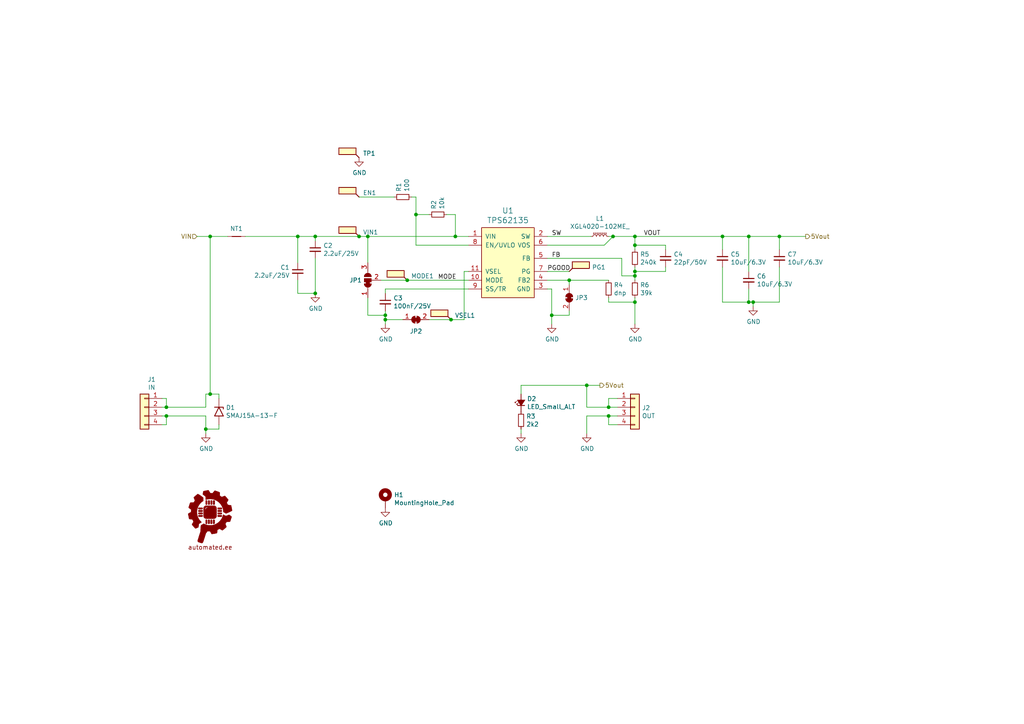
<source format=kicad_sch>
(kicad_sch (version 20230121) (generator eeschema)
  (paper "A4")
  (lib_symbols
    (symbol "5vpol-rescue:Net-Tie_2-Device" (pin_numbers hide) (pin_names (offset 0) hide)
      (property "Reference" "NT" (at 0 1.27 0))
      (property "Value" "Net-Tie_2-Device" (at 0 -1.27 0))
      (symbol "Net-Tie_2-Device_0_1"
        (polyline (pts (xy -1.27 0) (xy 1.27 0)) (stroke (width 0.254)))
      )
      (symbol "Net-Tie_2-Device_1_1"
        (pin passive line (at -2.54 0 0) (length 2.54) (name "1") (number "1"))
        (pin passive line (at 2.54 0 180) (length 2.54) (name "2") (number "2"))
      )
    )
    (symbol "Connector:TestPoint_Flag" (pin_numbers hide) (pin_names (offset 0.762) hide)
      (property "Reference" "TP" (at 3.429 1.778 0))
      (property "Value" "TestPoint_Flag" (at 3.302 4.191 0))
      (symbol "TestPoint_Flag_0_1"
        (polyline (pts (xy 0 0) (xy 0.889 0.889)) (stroke (width 0.254)))
        (rectangle (start 0.889 2.794) (end 5.842 0.889) (stroke (width 0.254)) (fill (type background)))
      )
      (symbol "TestPoint_Flag_1_1"
        (pin passive line (at 0 0 90) (length 0) (name "1") (number "1"))
      )
    )
    (symbol "Connector_Generic:Conn_01x04" (pin_names (offset 1.016) hide)
      (property "Reference" "J" (at 0 5.08 0))
      (property "Value" "Conn_01x04" (at 0 -7.62 0))
      (symbol "Conn_01x04_1_1"
        (rectangle (start -1.27 -4.953) (end 0 -5.207) (stroke (width 0.1524)))
        (rectangle (start -1.27 -2.413) (end 0 -2.667) (stroke (width 0.1524)))
        (rectangle (start -1.27 0.127) (end 0 -0.127) (stroke (width 0.1524)))
        (rectangle (start -1.27 2.667) (end 0 2.413) (stroke (width 0.1524)))
        (rectangle (start -1.27 3.81) (end 1.27 -6.35) (stroke (width 0.254)) (fill (type background)))
        (pin passive line (at -5.08 2.54 0) (length 3.81) (name "Pin_1") (number "1"))
        (pin passive line (at -5.08 0 0) (length 3.81) (name "Pin_2") (number "2"))
        (pin passive line (at -5.08 -2.54 0) (length 3.81) (name "Pin_3") (number "3"))
        (pin passive line (at -5.08 -5.08 0) (length 3.81) (name "Pin_4") (number "4"))
      )
    )
    (symbol "Device:C_Small" (pin_numbers hide) (pin_names (offset 0.254) hide)
      (property "Reference" "C" (at 0.254 1.778 0))
      (property "Value" "C_Small" (at 0.254 -2.032 0))
      (symbol "C_Small_0_1"
        (polyline (pts (xy -1.524 -0.508) (xy 1.524 -0.508)) (stroke (width 0.3302)))
        (polyline (pts (xy -1.524 0.508) (xy 1.524 0.508)) (stroke (width 0.3048)))
      )
      (symbol "C_Small_1_1"
        (pin passive line (at 0 2.54 270) (length 2.032) (name "~") (number "1"))
        (pin passive line (at 0 -2.54 90) (length 2.032) (name "~") (number "2"))
      )
    )
    (symbol "Device:LED_Small_Filled" (pin_numbers hide) (pin_names (offset 0.254) hide)
      (property "Reference" "D" (at -1.27 3.175 0))
      (property "Value" "LED_Small_Filled" (at -4.445 -2.54 0))
      (symbol "LED_Small_Filled_0_1"
        (polyline (pts (xy -0.762 -1.016) (xy -0.762 1.016)) (stroke (width 0.254)))
        (polyline (pts (xy 1.016 0) (xy -0.762 0)))
        (polyline (pts (xy 0.762 -1.016) (xy -0.762 0) (xy 0.762 1.016) (xy 0.762 -1.016)) (stroke (width 0.254)) (fill (type outline)))
        (polyline (pts (xy 0 0.762) (xy -0.508 1.27) (xy -0.254 1.27) (xy -0.508 1.27) (xy -0.508 1.016)))
        (polyline (pts (xy 0.508 1.27) (xy 0 1.778) (xy 0.254 1.778) (xy 0 1.778) (xy 0 1.524)))
      )
      (symbol "LED_Small_Filled_1_1"
        (pin passive line (at -2.54 0 0) (length 1.778) (name "K") (number "1"))
        (pin passive line (at 2.54 0 180) (length 1.778) (name "A") (number "2"))
      )
    )
    (symbol "Device:L_Ferrite_Small" (pin_numbers hide) (pin_names (offset 0.254) hide)
      (property "Reference" "L" (at 1.27 1.016 0))
      (property "Value" "L_Ferrite_Small" (at 1.27 -1.27 0))
      (symbol "L_Ferrite_Small_0_1"
        (arc (start 0 -2.032) (mid 0.5058 -1.524) (end 0 -1.016))
        (arc (start 0 -1.016) (mid 0.5058 -0.508) (end 0 0))
        (polyline (pts (xy 0.762 -1.905) (xy 0.762 -1.651)))
        (polyline (pts (xy 0.762 -1.397) (xy 0.762 -1.143)))
        (polyline (pts (xy 0.762 -0.889) (xy 0.762 -0.635)))
        (polyline (pts (xy 0.762 -0.381) (xy 0.762 -0.127)))
        (polyline (pts (xy 0.762 0.127) (xy 0.762 0.381)))
        (polyline (pts (xy 0.762 0.635) (xy 0.762 0.889)))
        (polyline (pts (xy 0.762 1.143) (xy 0.762 1.397)))
        (polyline (pts (xy 0.762 1.651) (xy 0.762 1.905)))
        (polyline (pts (xy 1.016 -1.651) (xy 1.016 -1.905)))
        (polyline (pts (xy 1.016 -1.143) (xy 1.016 -1.397)))
        (polyline (pts (xy 1.016 -0.635) (xy 1.016 -0.889)))
        (polyline (pts (xy 1.016 -0.127) (xy 1.016 -0.381)))
        (polyline (pts (xy 1.016 0.381) (xy 1.016 0.127)))
        (polyline (pts (xy 1.016 0.889) (xy 1.016 0.635)))
        (polyline (pts (xy 1.016 1.397) (xy 1.016 1.143)))
        (polyline (pts (xy 1.016 1.905) (xy 1.016 1.651)))
        (arc (start 0 0) (mid 0.5058 0.508) (end 0 1.016))
        (arc (start 0 1.016) (mid 0.5058 1.524) (end 0 2.032))
      )
      (symbol "L_Ferrite_Small_1_1"
        (pin passive line (at 0 2.54 270) (length 0.508) (name "~") (number "1"))
        (pin passive line (at 0 -2.54 90) (length 0.508) (name "~") (number "2"))
      )
    )
    (symbol "Device:R_Small" (pin_numbers hide) (pin_names (offset 0.254) hide)
      (property "Reference" "R" (at 0.762 0.508 0))
      (property "Value" "R_Small" (at 0.762 -1.016 0))
      (symbol "R_Small_0_1"
        (rectangle (start -0.762 1.778) (end 0.762 -1.778) (stroke (width 0.2032)))
      )
      (symbol "R_Small_1_1"
        (pin passive line (at 0 2.54 270) (length 0.762) (name "~") (number "1"))
        (pin passive line (at 0 -2.54 90) (length 0.762) (name "~") (number "2"))
      )
    )
    (symbol "Diode:1.5KExxA" (pin_numbers hide) (pin_names (offset 1.016) hide)
      (property "Reference" "D" (at 0 2.54 0))
      (property "Value" "1.5KExxA" (at 0 -2.54 0))
      (symbol "1.5KExxA_0_1"
        (polyline (pts (xy -0.762 1.27) (xy -1.27 1.27) (xy -1.27 -1.27)) (stroke (width 0.254)))
        (polyline (pts (xy 1.27 1.27) (xy 1.27 -1.27) (xy -1.27 0) (xy 1.27 1.27)) (stroke (width 0.254)))
      )
      (symbol "1.5KExxA_1_1"
        (pin passive line (at -3.81 0 0) (length 2.54) (name "A1") (number "1"))
        (pin passive line (at 3.81 0 180) (length 2.54) (name "A2") (number "2"))
      )
    )
    (symbol "Jumper:SolderJumper_2_Bridged" (pin_names (offset 0) hide)
      (property "Reference" "JP" (at 0 2.032 0))
      (property "Value" "SolderJumper_2_Bridged" (at 0 -2.54 0))
      (symbol "SolderJumper_2_Bridged_0_1"
        (rectangle (start -0.508 0.508) (end 0.508 -0.508) (fill (type outline)))
        (arc (start -0.254 1.016) (mid -1.2656 0) (end -0.254 -1.016))
        (arc (start -0.254 1.016) (mid -1.2656 0) (end -0.254 -1.016) (fill (type outline)))
        (polyline (pts (xy -0.254 1.016) (xy -0.254 -1.016)))
        (polyline (pts (xy 0.254 1.016) (xy 0.254 -1.016)))
        (arc (start 0.254 -1.016) (mid 1.2656 0) (end 0.254 1.016))
        (arc (start 0.254 -1.016) (mid 1.2656 0) (end 0.254 1.016) (fill (type outline)))
      )
      (symbol "SolderJumper_2_Bridged_1_1"
        (pin passive line (at -3.81 0 0) (length 2.54) (name "A") (number "1"))
        (pin passive line (at 3.81 0 180) (length 2.54) (name "B") (number "2"))
      )
    )
    (symbol "Jumper:SolderJumper_3_Bridged12" (pin_names (offset 0) hide)
      (property "Reference" "JP" (at -2.54 -2.54 0))
      (property "Value" "SolderJumper_3_Bridged12" (at 0 2.794 0))
      (symbol "SolderJumper_3_Bridged12_0_1"
        (rectangle (start -1.016 0.508) (end -0.508 -0.508) (fill (type outline)))
        (arc (start -1.016 1.016) (mid -2.0276 0) (end -1.016 -1.016))
        (arc (start -1.016 1.016) (mid -2.0276 0) (end -1.016 -1.016) (fill (type outline)))
        (rectangle (start -0.508 1.016) (end 0.508 -1.016) (fill (type outline)))
        (polyline (pts (xy -2.54 0) (xy -2.032 0)))
        (polyline (pts (xy -1.016 1.016) (xy -1.016 -1.016)))
        (polyline (pts (xy 0 -1.27) (xy 0 -1.016)))
        (polyline (pts (xy 1.016 1.016) (xy 1.016 -1.016)))
        (polyline (pts (xy 2.54 0) (xy 2.032 0)))
        (arc (start 1.016 -1.016) (mid 2.0276 0) (end 1.016 1.016))
        (arc (start 1.016 -1.016) (mid 2.0276 0) (end 1.016 1.016) (fill (type outline)))
      )
      (symbol "SolderJumper_3_Bridged12_1_1"
        (pin passive line (at -5.08 0 0) (length 2.54) (name "A") (number "1"))
        (pin passive line (at 0 -3.81 90) (length 2.54) (name "C") (number "2"))
        (pin passive line (at 5.08 0 180) (length 2.54) (name "B") (number "3"))
      )
    )
    (symbol "Mechanical:MountingHole_Pad" (pin_numbers hide) (pin_names (offset 1.016) hide)
      (property "Reference" "H" (at 0 6.35 0))
      (property "Value" "MountingHole_Pad" (at 0 4.445 0))
      (symbol "MountingHole_Pad_0_1"
        (circle (center 0 1.27) (radius 1.27) (stroke (width 1.27)))
      )
      (symbol "MountingHole_Pad_1_1"
        (pin input line (at 0 -2.54 90) (length 2.54) (name "1") (number "1"))
      )
    )
    (symbol "meansOfCircuitDesign:Fully_Automated_Logo" (pin_numbers hide) (pin_names (offset 1.016) hide)
      (symbol "Fully_Automated_Logo_0_0"
        (polyline (pts (xy 3.302 0.7366) (xy 3.3274 0.762) (xy 3.429 0.9144) (xy 3.4036 1.016) (xy 3.3528 1.1176) (xy 3.2766 1.1684) (xy 2.286 1.1684) (xy 2.2098 1.1176) (xy 2.159 0.9652) (xy 2.159 0.8636) (xy 2.2098 0.7874) (xy 2.286 0.7112) (xy 3.2512 0.7112) (xy 3.302 0.7366)) (stroke (width 0.0254)) (fill (type outline)))
        (polyline (pts (xy -2.2606 0.0508) (xy -2.1844 0.127) (xy -2.159 0.2286) (xy -2.1844 0.3048) (xy -2.2352 0.4064) (xy -2.3114 0.4572) (xy -3.302 0.4572) (xy -3.4036 0.3556) (xy -3.429 0.254) (xy -3.429 0.1524) (xy -3.3782 0.0762) (xy -3.2766 0.0254) (xy -3.2512 0) (xy -2.3622 0) (xy -2.2606 0.0508)) (stroke (width 0.0254)) (fill (type outline)))
        (polyline (pts (xy 0.508 3.5306) (xy 0.5842 3.5814) (xy 0.5842 4.6228) (xy 0.508 4.6736) (xy 0.4826 4.699) (xy 0.381 4.7244) (xy 0.2794 4.7244) (xy 0.1778 4.6736) (xy 0.127 4.5974) (xy 0.127 3.6068) (xy 0.1778 3.5306) (xy 0.2286 3.5052) (xy 0.3048 3.4798) (xy 0.4064 3.4798) (xy 0.508 3.5306)) (stroke (width 0.0254)) (fill (type outline)))
        (polyline (pts (xy 3.3528 0.0508) (xy 3.3782 0.1016) (xy 3.4036 0.1778) (xy 3.4036 0.2794) (xy 3.3528 0.381) (xy 3.302 0.4572) (xy 2.794 0.4572) (xy 2.286 0.4826) (xy 2.2098 0.4064) (xy 2.1336 0.254) (xy 2.159 0.1524) (xy 2.2098 0.0508) (xy 2.286 -0.0254) (xy 3.2766 -0.0254) (xy 3.3528 0.0508)) (stroke (width 0.0254)) (fill (type outline)))
        (polyline (pts (xy -2.2352 0.7874) (xy -2.1844 0.889) (xy -2.159 0.9906) (xy -2.2098 1.0922) (xy -2.2098 1.1176) (xy -2.3114 1.1684) (xy -2.3876 1.1938) (xy -3.2004 1.1938) (xy -3.3528 1.143) (xy -3.4036 1.0922) (xy -3.429 0.9906) (xy -3.429 0.889) (xy -3.3782 0.8128) (xy -3.302 0.7112) (xy -2.3114 0.7112) (xy -2.2352 0.7874)) (stroke (width 0.0254)) (fill (type outline)))
        (polyline (pts (xy 1.2446 3.5306) (xy 1.3208 3.6068) (xy 1.3208 4.5974) (xy 1.2446 4.6736) (xy 1.1938 4.699) (xy 1.0922 4.7244) (xy 0.9906 4.7244) (xy 0.9144 4.6736) (xy 0.8636 4.5974) (xy 0.8382 4.572) (xy 0.8382 3.5814) (xy 0.9144 3.5306) (xy 0.9398 3.5052) (xy 1.0414 3.4798) (xy 1.143 3.4798) (xy 1.2446 3.5306)) (stroke (width 0.0254)) (fill (type outline)))
        (polyline (pts (xy 3.3528 2.2098) (xy 3.3782 2.2606) (xy 3.4036 2.3622) (xy 3.4036 2.4638) (xy 3.3528 2.54) (xy 3.2766 2.5908) (xy 3.2512 2.6162) (xy 2.2606 2.6162) (xy 2.2098 2.54) (xy 2.1844 2.5146) (xy 2.159 2.413) (xy 2.159 2.3114) (xy 2.2098 2.2098) (xy 2.286 2.1336) (xy 3.2766 2.1336) (xy 3.3528 2.2098)) (stroke (width 0.0254)) (fill (type outline)))
        (polyline (pts (xy -2.2352 1.4986) (xy -2.2352 1.524) (xy -2.1844 1.6002) (xy -2.159 1.6764) (xy -2.1844 1.6764) (xy -2.1844 1.778) (xy -2.2352 1.8542) (xy -2.3114 1.905) (xy -3.302 1.905) (xy -3.3782 1.8542) (xy -3.3782 1.8288) (xy -3.429 1.7526) (xy -3.429 1.5748) (xy -3.3782 1.4986) (xy -3.302 1.4224) (xy -2.3114 1.4224) (xy -2.2352 1.4986)) (stroke (width 0.0254)) (fill (type outline)))
        (polyline (pts (xy -0.9906 -2.0828) (xy -0.9652 -2.0828) (xy -0.889 -2.0066) (xy -0.889 -1.9558) (xy -0.8636 -1.8796) (xy -0.8636 -0.9652) (xy -0.9398 -0.9144) (xy -0.9652 -0.889) (xy -1.0668 -0.8382) (xy -1.1684 -0.8636) (xy -1.27 -0.9144) (xy -1.3208 -0.9906) (xy -1.3208 -1.9304) (xy -1.2954 -2.0066) (xy -1.27 -2.0574) (xy -1.2446 -2.0828) (xy -1.1938 -2.1082) (xy -1.0668 -2.1082) (xy -0.9906 -2.0828)) (stroke (width 0.0254)) (fill (type outline)))
        (polyline (pts (xy -0.9398 3.5306) (xy -0.8382 3.6068) (xy -0.8382 4.5974) (xy -0.9144 4.6736) (xy -0.9398 4.6736) (xy -1.0414 4.7244) (xy -1.143 4.7244) (xy -1.2192 4.699) (xy -1.2954 4.6228) (xy -1.2954 4.5974) (xy -1.3208 4.572) (xy -1.3208 3.7084) (xy -1.2954 3.6322) (xy -1.2954 3.556) (xy -1.2446 3.5306) (xy -1.2192 3.5052) (xy -1.1176 3.4798) (xy -1.016 3.4798) (xy -0.9398 3.5306)) (stroke (width 0.0254)) (fill (type outline)))
        (polyline (pts (xy 0.4826 -2.0574) (xy 0.5842 -1.9812) (xy 0.5842 -1.4732) (xy 0.5588 -1.3462) (xy 0.5588 -0.9906) (xy 0.5334 -0.9652) (xy 0.5334 -0.9398) (xy 0.4572 -0.8636) (xy 0.3556 -0.8382) (xy 0.254 -0.8636) (xy 0.1778 -0.9144) (xy 0.1524 -0.9398) (xy 0.1016 -1.0414) (xy 0.1016 -1.9812) (xy 0.1778 -2.0574) (xy 0.2032 -2.0574) (xy 0.3048 -2.1082) (xy 0.4064 -2.1082) (xy 0.4826 -2.0574)) (stroke (width 0.0254)) (fill (type outline)))
        (polyline (pts (xy 1.1684 -2.0828) (xy 1.1938 -2.0828) (xy 1.27 -2.0066) (xy 1.27 -1.9558) (xy 1.2954 -1.8796) (xy 1.2954 -0.9652) (xy 1.2192 -0.9144) (xy 1.1684 -0.8636) (xy 1.0668 -0.8382) (xy 0.9652 -0.8636) (xy 0.889 -0.9144) (xy 0.8636 -0.9398) (xy 0.8636 -0.9652) (xy 0.8382 -0.9906) (xy 0.8382 -1.9812) (xy 0.889 -2.0574) (xy 0.9906 -2.1082) (xy 1.0668 -2.1082) (xy 1.1684 -2.0828)) (stroke (width 0.0254)) (fill (type outline)))
        (polyline (pts (xy -2.5908 2.159) (xy -2.3622 2.159) (xy -2.286 2.1844) (xy -2.2098 2.2606) (xy -2.1844 2.3622) (xy -2.1844 2.4638) (xy -2.2352 2.54) (xy -2.3114 2.6162) (xy -3.302 2.6162) (xy -3.3782 2.5654) (xy -3.3782 2.54) (xy -3.429 2.4384) (xy -3.429 2.3368) (xy -3.4036 2.2606) (xy -3.3274 2.1844) (xy -3.302 2.1844) (xy -3.2512 2.159) (xy -3.0226 2.159) (xy -2.8702 2.1336) (xy -2.7178 2.1336) (xy -2.5908 2.159)) (stroke (width 0.0254)) (fill (type outline)))
        (polyline (pts (xy -0.2794 -2.0828) (xy -0.2032 -2.032) (xy -0.1524 -1.9812) (xy -0.1524 -1.651) (xy -0.127 -1.4986) (xy -0.1524 -1.3462) (xy -0.1524 -1.0668) (xy -0.1778 -0.9652) (xy -0.2032 -0.9144) (xy -0.254 -0.8636) (xy -0.4826 -0.8636) (xy -0.5588 -0.9144) (xy -0.6096 -0.9906) (xy -0.6096 -1.905) (xy -0.5842 -1.9812) (xy -0.5588 -2.032) (xy -0.5334 -2.0574) (xy -0.4826 -2.0828) (xy -0.4572 -2.1082) (xy -0.381 -2.1082) (xy -0.2794 -2.0828)) (stroke (width 0.0254)) (fill (type outline)))
        (polyline (pts (xy 3.2512 1.4478) (xy 3.302 1.4478) (xy 3.4036 1.6002) (xy 3.4036 1.7018) (xy 3.3782 1.8034) (xy 3.302 1.8796) (xy 3.2258 1.8796) (xy 3.1242 1.905) (xy 2.8702 1.905) (xy 2.7178 1.9304) (xy 2.5908 1.9304) (xy 2.4638 1.905) (xy 2.3368 1.905) (xy 2.2352 1.8542) (xy 2.159 1.778) (xy 2.159 1.5748) (xy 2.2098 1.4986) (xy 2.3114 1.4478) (xy 2.3114 1.4224) (xy 3.175 1.4224) (xy 3.2512 1.4478)) (stroke (width 0.0254)) (fill (type outline)))
        (polyline (pts (xy -0.2286 3.5052) (xy -0.1524 3.5814) (xy -0.127 3.6576) (xy -0.127 3.9116) (xy -0.1016 4.0894) (xy -0.127 4.1656) (xy -0.127 4.5212) (xy -0.1524 4.572) (xy -0.1524 4.5974) (xy -0.2032 4.6736) (xy -0.2794 4.7244) (xy -0.381 4.7244) (xy -0.4826 4.699) (xy -0.508 4.699) (xy -0.5334 4.6736) (xy -0.5588 4.6228) (xy -0.5842 4.5974) (xy -0.5842 3.5814) (xy -0.5334 3.5306) (xy -0.4318 3.4798) (xy -0.3302 3.4798) (xy -0.2286 3.5052)) (stroke (width 0.0254)) (fill (type outline)))
        (polyline (pts (xy 1.3716 -0.508) (xy 1.397 -0.508) (xy 1.5494 -0.4064) (xy 1.6764 -0.2794) (xy 1.778 -0.127) (xy 1.8542 0.0254) (xy 1.8542 2.4638) (xy 1.8288 2.54) (xy 1.8288 2.667) (xy 1.8034 2.6924) (xy 1.7526 2.794) (xy 1.651 2.921) (xy 1.524 3.048) (xy 1.27 3.2004) (xy -1.3462 3.2004) (xy -1.4732 3.1496) (xy -1.4732 3.1242) (xy -1.6256 3.0226) (xy -1.7526 2.8956) (xy -1.8542 2.7432) (xy -1.9304 2.6162) (xy -1.9304 2.159) (xy -1.5494 2.159) (xy -1.4986 2.3114) (xy -1.397 2.4892) (xy -1.27 2.6162) (xy -1.0922 2.7178) (xy -0.9144 2.794) (xy -0.5588 2.794) (xy -0.8128 2.6416) (xy -0.8636 2.6162) (xy -1.0414 2.5146) (xy -1.1938 2.3876) (xy -1.3208 2.2606) (xy -1.397 2.159) (xy -1.4224 2.1336) (xy -1.524 1.9304) (xy -1.5494 1.8034) (xy -1.5494 2.159) (xy -1.9304 2.159) (xy -1.9304 0.0762) (xy -1.905 0) (xy -1.8796 -0.0508) (xy -1.8796 -0.1016) (xy -1.8288 -0.1524) (xy -1.778 -0.254) (xy -1.7018 -0.3302) (xy -1.5748 -0.4318) (xy -1.4478 -0.508) (xy -1.2954 -0.5588) (xy -1.27 -0.5842) (xy 1.2192 -0.5842) (xy 1.3716 -0.508)) (stroke (width 0.0254)) (fill (type outline)))
        (polyline (pts (xy 4.7498 0.9906) (xy 4.8514 1.016) (xy 4.9784 1.0922) (xy 5.1308 1.143) (xy 5.2832 1.2192) (xy 5.4864 1.2954) (xy 5.6642 1.397) (xy 5.842 1.4732) (xy 6.1468 1.6256) (xy 6.2484 1.7018) (xy 6.3246 1.7526) (xy 6.35 1.778) (xy 6.35 1.905) (xy 6.3246 2.0066) (xy 6.2738 2.3114) (xy 6.223 2.4892) (xy 6.223 2.5146) (xy 6.1976 2.7432) (xy 6.1468 2.8956) (xy 6.1214 3.0226) (xy 6.1214 3.1242) (xy 6.0706 3.2258) (xy 6.0706 3.2766) (xy 6.0452 3.2766) (xy 6.0198 3.302) (xy 5.9436 3.302) (xy 5.842 3.3274) (xy 5.715 3.3528) (xy 5.5626 3.3528) (xy 5.461 3.3782) (xy 5.3086 3.4036) (xy 5.207 3.4036) (xy 5.1562 3.429) (xy 5.1054 3.429) (xy 5.1054 3.4798) (xy 5.0546 3.556) (xy 4.8006 4.064) (xy 5.0292 4.445) (xy 5.08 4.5212) (xy 5.1308 4.6482) (xy 5.207 4.7498) (xy 5.2324 4.826) (xy 5.2578 4.8514) (xy 5.2578 4.9276) (xy 5.207 4.9784) (xy 5.1562 5.0546) (xy 4.9784 5.2324) (xy 4.8768 5.3848) (xy 4.7244 5.5626) (xy 4.699 5.5626) (xy 4.572 5.715) (xy 4.4704 5.842) (xy 4.2926 6.0198) (xy 4.2164 6.0198) (xy 4.1402 5.9944) (xy 4.0386 5.969) (xy 3.7846 5.8674) (xy 3.3782 5.715) (xy 3.0734 5.8928) (xy 2.794 6.096) (xy 2.794 6.7564) (xy 2.7686 6.8834) (xy 2.7686 7.0358) (xy 2.7178 7.0866) (xy 2.6162 7.112) (xy 2.5146 7.1628) (xy 2.2098 7.2644) (xy 2.032 7.3406) (xy 1.9812 7.3406) (xy 1.8034 7.4168) (xy 1.651 7.4676) (xy 1.524 7.493) (xy 1.3716 7.5438) (xy 1.3208 7.5438) (xy 1.2954 7.5184) (xy 1.27 7.5184) (xy 1.27 7.493) (xy 1.2192 7.4422) (xy 1.0668 7.239) (xy 0.9652 7.1374) (xy 0.7112 6.8072) (xy 0.5842 6.8072) (xy 0.508 6.8326) (xy 0.2794 6.8326) (xy 0 6.858) (xy -0.2032 7.239) (xy -0.2794 7.3406) (xy -0.3556 7.4676) (xy -0.4064 7.5692) (xy -0.4572 7.62) (xy -0.4826 7.6708) (xy -0.5588 7.6708) (xy -0.6604 7.6454) (xy -0.8128 7.62) (xy -1.016 7.5946) (xy -1.2446 7.5438) (xy -1.397 7.5184) (xy -1.5748 7.4676) (xy -1.7272 7.4422) (xy -1.8288 7.4168) (xy -1.9812 7.366) (xy -2.0066 7.3406) (xy -2.0066 7.3152) (xy -2.032 7.2898) (xy -2.032 7.112) (xy -2.0574 7.0104) (xy -2.0828 6.858) (xy -2.0828 6.7818) (xy -2.1082 6.6548) (xy -2.1082 6.4262) (xy -2.0574 6.4008) (xy -1.9812 6.35) (xy -1.8796 6.2738) (xy -1.7526 6.1722) (xy -1.651 6.096) (xy -1.524 5.9944) (xy -1.3462 5.8166) (xy -1.3462 5.7912) (xy -1.3208 5.7404) (xy -1.3208 5.2578) (xy -1.2954 5.1054) (xy -1.2954 4.9276) (xy -1.2446 4.9276) (xy -0.9906 5.0038) (xy -0.7112 5.08) (xy -0.4318 5.1054) (xy -0.127 5.1308) (xy 0.1524 5.1308) (xy 0.4064 5.1054) (xy 0.8382 5.0546) (xy 1.2446 4.9276) (xy 1.651 4.7498) (xy 2.0066 4.5466) (xy 2.3622 4.318) (xy 2.667 4.0386) (xy 2.9718 3.7084) (xy 3.2258 3.3528) (xy 3.429 2.9718) (xy 3.4798 2.8448) (xy 3.6576 2.4384) (xy 3.7592 2.0066) (xy 3.81 1.5748) (xy 3.8354 1.3716) (xy 4.2164 1.143) (xy 4.318 1.0922) (xy 4.4196 1.016) (xy 4.572 0.9398) (xy 4.6482 0.9398) (xy 4.7498 0.9906)) (stroke (width 0.0254)) (fill (type outline)))
        (polyline (pts (xy -4.2418 -3.4036) (xy -4.191 -3.4036) (xy -4.1148 -3.3782) (xy -4.0132 -3.3274) (xy -3.7592 -3.2258) (xy -3.6576 -3.175) (xy -3.556 -3.1496) (xy -3.4798 -3.0988) (xy -3.429 -3.0988) (xy -3.429 -3.0734) (xy -3.4036 -2.9972) (xy -3.4036 -2.8956) (xy -3.3782 -2.7686) (xy -3.3528 -2.6162) (xy -3.3528 -2.5908) (xy -3.3274 -2.413) (xy -3.302 -2.286) (xy -3.2766 -2.2098) (xy -3.2766 -2.1336) (xy -3.1496 -2.0066) (xy -3.048 -1.9558) (xy -2.921 -1.8542) (xy -2.7432 -1.7526) (xy -2.54 -1.651) (xy -2.5146 -1.651) (xy -2.5146 -1.6256) (xy -2.54 -1.5748) (xy -2.5908 -1.524) (xy -2.6416 -1.4478) (xy -2.7686 -1.3462) (xy -2.7686 -1.3208) (xy -3.0734 -0.9906) (xy -3.302 -0.635) (xy -3.5052 -0.254) (xy -3.6576 0.1524) (xy -3.7846 0.5842) (xy -3.7846 0.6604) (xy -3.81 0.8636) (xy -3.8354 1.1176) (xy -3.8354 1.6002) (xy -3.81 1.8542) (xy -3.7846 2.032) (xy -3.7592 2.0828) (xy -3.6322 2.5146) (xy -3.4798 2.9464) (xy -3.2766 3.3274) (xy -3.0226 3.683) (xy -2.7178 4.0132) (xy -2.5146 4.2164) (xy -2.3368 4.3434) (xy -2.1844 4.445) (xy -2.0574 4.5466) (xy -1.9812 4.5974) (xy -2.0066 5.0546) (xy -2.0066 5.5118) (xy -2.4638 5.8674) (xy -2.5908 5.969) (xy -2.7686 6.096) (xy -2.9464 6.1976) (xy -3.0988 6.3246) (xy -3.2512 6.4008) (xy -3.3782 6.477) (xy -3.4798 6.5532) (xy -3.556 6.5786) (xy -3.6068 6.5786) (xy -3.6576 6.5532) (xy -3.683 6.5278) (xy -3.7592 6.477) (xy -3.937 6.2992) (xy -4.0894 6.1976) (xy -4.2672 6.0452) (xy -4.3688 5.9436) (xy -4.4958 5.842) (xy -4.7498 5.588) (xy -4.7498 5.5626) (xy -4.7244 5.5118) (xy -4.7244 5.4356) (xy -4.6736 5.3594) (xy -4.6482 5.2324) (xy -4.572 5.08) (xy -4.4196 4.699) (xy -4.5974 4.3942) (xy -4.8006 4.1148) (xy -5.461 4.1148) (xy -5.588 4.0894) (xy -5.7404 4.0894) (xy -5.7658 4.064) (xy -5.7912 4.064) (xy -5.8166 3.9878) (xy -5.842 3.8862) (xy -5.8928 3.7846) (xy -5.9944 3.4798) (xy -6.0452 3.302) (xy -6.1468 2.9972) (xy -6.1976 2.8702) (xy -6.223 2.7686) (xy -6.2484 2.6924) (xy -6.2484 2.667) (xy -6.223 2.6162) (xy -6.0706 2.4638) (xy -5.9182 2.3622) (xy -5.7404 2.2352) (xy -5.715 2.1844) (xy -5.6134 2.1336) (xy -5.5118 2.032) (xy -5.5118 1.9304) (xy -5.5372 1.8542) (xy -5.5372 1.6256) (xy -5.5626 1.3208) (xy -5.9436 1.1176) (xy -6.0452 1.0668) (xy -6.1468 0.9906) (xy -6.2484 0.9398) (xy -6.3246 0.889) (xy -6.3754 0.8382) (xy -6.3754 0.7112) (xy -6.35 0.6096) (xy -6.3246 0.4826) (xy -6.2992 0.3048) (xy -6.2484 0.1016) (xy -6.2484 0.0508) (xy -6.1976 -0.127) (xy -6.1722 -0.3048) (xy -6.1214 -0.5588) (xy -6.096 -0.635) (xy -6.096 -0.6604) (xy -6.0706 -0.6604) (xy -5.9944 -0.6858) (xy -5.8928 -0.6858) (xy -5.7658 -0.7112) (xy -5.6134 -0.7366) (xy -5.3594 -0.7874) (xy -5.2578 -0.7874) (xy -5.1816 -0.8128) (xy -5.1308 -0.8128) (xy -5.1308 -0.8636) (xy -5.08 -0.9398) (xy -4.826 -1.4478) (xy -5.0546 -1.8288) (xy -5.1054 -1.905) (xy -5.1562 -2.032) (xy -5.2324 -2.1336) (xy -5.2578 -2.2098) (xy -5.2832 -2.2352) (xy -5.2832 -2.286) (xy -5.2578 -2.3114) (xy -5.2324 -2.3622) (xy -5.1816 -2.413) (xy -5.1308 -2.4892) (xy -5.0546 -2.5908) (xy -4.9276 -2.7178) (xy -4.8006 -2.8702) (xy -4.6482 -3.048) (xy -4.572 -3.1242) (xy -4.4704 -3.2512) (xy -4.3434 -3.3782) (xy -4.2926 -3.4036) (xy -4.2672 -3.429) (xy -4.2418 -3.4036)) (stroke (width 0.0254)) (fill (type outline)))
        (polyline (pts (xy -2.3114 -7.62) (xy -2.2606 -7.62) (xy -2.2098 -7.5692) (xy -2.159 -7.5438) (xy -2.1336 -7.493) (xy -2.1082 -7.4168) (xy -2.0574 -7.3406) (xy -1.9558 -7.0866) (xy -1.905 -6.9088) (xy -1.8288 -6.6802) (xy -1.7526 -6.4262) (xy -1.651 -6.1468) (xy -1.2446 -4.826) (xy -0.7366 -4.1656) (xy -0.6604 -4.191) (xy -0.5334 -4.191) (xy -0.4064 -4.2164) (xy -0.2794 -4.2164) (xy -0.0254 -4.2418) (xy 0.2032 -4.6228) (xy 0.254 -4.7244) (xy 0.3302 -4.8514) (xy 0.381 -4.953) (xy 0.4318 -5.0038) (xy 0.4572 -5.0546) (xy 0.508 -5.0292) (xy 0.5842 -5.0292) (xy 0.7112 -5.0038) (xy 1.016 -4.953) (xy 1.1938 -4.9276) (xy 1.3462 -4.9022) (xy 1.524 -4.8768) (xy 1.651 -4.826) (xy 1.778 -4.8006) (xy 1.8796 -4.8006) (xy 1.9304 -4.7752) (xy 1.9558 -4.7498) (xy 1.9558 -4.7244) (xy 1.9812 -4.699) (xy 1.9812 -4.6228) (xy 2.0066 -4.5466) (xy 2.032 -4.3942) (xy 2.032 -4.2418) (xy 2.0574 -4.1656) (xy 2.0828 -4.0386) (xy 2.0828 -3.937) (xy 2.1082 -3.8608) (xy 2.1082 -3.8354) (xy 2.159 -3.81) (xy 2.2098 -3.7592) (xy 2.3114 -3.7084) (xy 2.4384 -3.6576) (xy 2.7432 -3.5052) (xy 3.1242 -3.7338) (xy 3.2004 -3.7846) (xy 3.4544 -3.9116) (xy 3.5306 -3.937) (xy 3.5814 -3.937) (xy 3.6322 -3.9116) (xy 3.7084 -3.8608) (xy 3.8354 -3.7592) (xy 3.9878 -3.6322) (xy 4.1656 -3.4798) (xy 4.191 -3.4544) (xy 4.3434 -3.3274) (xy 4.445 -3.2258) (xy 4.572 -3.1242) (xy 4.7244 -2.9718) (xy 4.7244 -2.9464) (xy 4.699 -2.8956) (xy 4.699 -2.8448) (xy 4.6736 -2.7686) (xy 4.6228 -2.6416) (xy 4.5466 -2.4892) (xy 4.5466 -2.4384) (xy 4.4958 -2.3114) (xy 4.445 -2.2098) (xy 4.4196 -2.1336) (xy 4.3942 -2.1082) (xy 4.4196 -2.0574) (xy 4.4704 -1.9812) (xy 4.5212 -1.8796) (xy 4.5974 -1.778) (xy 4.7752 -1.4986) (xy 5.3594 -1.4986) (xy 5.5118 -1.4732) (xy 5.6896 -1.4732) (xy 5.7404 -1.4478) (xy 5.7658 -1.4224) (xy 5.7912 -1.3462) (xy 5.8928 -1.0922) (xy 5.9944 -0.7366) (xy 6.0452 -0.5842) (xy 6.1214 -0.4318) (xy 6.1468 -0.2794) (xy 6.1976 -0.1778) (xy 6.1976 -0.1016) (xy 6.223 -0.0508) (xy 6.223 -0.0254) (xy 5.9944 0.2032) (xy 5.8928 0.2794) (xy 5.7658 0.3556) (xy 5.6642 0.4318) (xy 5.588 0.4826) (xy 5.5372 0.5334) (xy 5.461 0.5334) (xy 5.4102 0.508) (xy 5.3086 0.4826) (xy 5.207 0.4318) (xy 5.0546 0.381) (xy 5.0038 0.3556) (xy 4.8514 0.3048) (xy 4.7244 0.254) (xy 4.6482 0.2286) (xy 4.4958 0.2286) (xy 4.4196 0.2794) (xy 4.2926 0.3302) (xy 4.1402 0.4064) (xy 4.0894 0.4572) (xy 3.9624 0.508) (xy 3.81 0.6096) (xy 3.7846 0.6096) (xy 3.7592 0.5842) (xy 3.7338 0.508) (xy 3.7338 0.4572) (xy 3.683 0.3556) (xy 3.6576 0.2032) (xy 3.5814 0.0254) (xy 3.4798 -0.2794) (xy 3.429 -0.381) (xy 3.302 -0.6096) (xy 3.0734 -0.9398) (xy 2.794 -1.27) (xy 2.4892 -1.5748) (xy 2.1844 -1.8288) (xy 1.8288 -2.032) (xy 1.7018 -2.1082) (xy 1.2954 -2.286) (xy 0.889 -2.413) (xy 0.4572 -2.4892) (xy 0.0508 -2.5146) (xy -0.381 -2.4892) (xy -0.8128 -2.4384) (xy -1.2192 -2.3114) (xy -1.6256 -2.159) (xy -1.8796 -2.032) (xy -2.2606 -2.2606) (xy -2.3622 -2.3368) (xy -2.6162 -2.4638) (xy -2.6416 -2.4892) (xy -2.667 -2.54) (xy -2.667 -2.6416) (xy -2.6924 -2.7686) (xy -2.7432 -3.0734) (xy -2.7432 -3.175) (xy -2.7686 -3.5052) (xy -2.794 -3.7592) (xy -2.794 -4.318) (xy -3.2258 -5.6134) (xy -3.2512 -5.715) (xy -3.3528 -6.0452) (xy -3.429 -6.3246) (xy -3.5052 -6.5278) (xy -3.556 -6.7056) (xy -3.6068 -6.858) (xy -3.6322 -6.9596) (xy -3.6322 -7.0612) (xy -3.5814 -7.1628) (xy -3.5306 -7.2898) (xy -3.429 -7.3406) (xy -3.4036 -7.366) (xy -3.3274 -7.3914) (xy -3.2258 -7.4168) (xy -3.0988 -7.4676) (xy -2.794 -7.5692) (xy -2.667 -7.62) (xy -2.5654 -7.6454) (xy -2.3114 -7.6454) (xy -2.3114 -7.62)) (stroke (width 0.0254)) (fill (type outline)))
        (text "automated.ee" (at 0 -8.89 0) (effects (font (size 1.27 1.27))))
      )
    )
    (symbol "meansOfCircuitDesign:TPS62135" (pin_names (offset 1.016))
      (property "Reference" "U" (at -7.62 11.43 0))
      (property "Value" "TPS62135" (at 0 -12.7 0))
      (symbol "TPS62135_0_1"
        (rectangle (start -7.62 10.16) (end 7.62 -10.16) (stroke (width 0.2032)) (fill (type background)))
      )
      (symbol "TPS62135_1_1"
        (pin power_in line (at -11.43 7.62 0) (length 3.81) (name "VIN") (number "1"))
        (pin input line (at -11.43 -5.08 0) (length 3.81) (name "MODE") (number "10"))
        (pin passive line (at -11.43 -2.54 0) (length 3.81) (name "VSEL") (number "11"))
        (pin power_out line (at 11.43 7.62 180) (length 3.81) (name "SW") (number "2"))
        (pin power_in line (at 11.43 -7.62 180) (length 3.81) (name "GND") (number "3"))
        (pin input line (at 11.43 -5.08 180) (length 3.81) (name "FB2") (number "4"))
        (pin input line (at 11.43 1.27 180) (length 3.81) (name "FB") (number "5"))
        (pin input line (at 11.43 5.08 180) (length 3.81) (name "VOS") (number "6"))
        (pin open_collector line (at 11.43 -2.54 180) (length 3.81) (name "PG") (number "7"))
        (pin input line (at -11.43 5.08 0) (length 3.81) (name "EN/UVLO") (number "8"))
        (pin input line (at -11.43 -7.62 0) (length 3.81) (name "SS/TR") (number "9"))
      )
    )
    (symbol "power:GND" (power) (pin_names (offset 0))
      (property "Value" "GND" (at 0 -3.81 0))
      (symbol "GND_0_1"
        (polyline (pts (xy 0 0) (xy 0 -1.27) (xy 1.27 -1.27) (xy 0 -2.54) (xy -1.27 -1.27) (xy 0 -1.27)))
      )
      (symbol "GND_1_1"
        (pin power_in line (at 0 0 270) (length 0) hide (name "GND") (number "1"))
      )
    )
  )
  (junction (at 104.14 68.58))
  (junction (at 218.44 87.63))
  (junction (at 86.36 68.58))
  (junction (at 165.1 81.28))
  (junction (at 111.76 91.44))
  (junction (at 217.17 68.58))
  (junction (at 177.8 68.58))
  (junction (at 209.55 68.58))
  (junction (at 48.26 118.11))
  (junction (at 120.65 62.23))
  (junction (at 226.06 68.58))
  (junction (at 91.44 85.09))
  (junction (at 184.15 68.58))
  (junction (at 106.68 68.58))
  (junction (at 170.18 111.76))
  (junction (at 111.76 92.71))
  (junction (at 160.02 91.44))
  (junction (at 60.96 114.3))
  (junction (at 91.44 68.58))
  (junction (at 184.15 78.74))
  (junction (at 184.15 71.12))
  (junction (at 217.17 87.63))
  (junction (at 184.15 80.01))
  (junction (at 118.11 81.28))
  (junction (at 48.26 120.65))
  (junction (at 184.15 87.63))
  (junction (at 60.96 68.58))
  (junction (at 176.53 118.11))
  (junction (at 132.08 68.58))
  (junction (at 176.53 120.65))
  (junction (at 59.69 124.46))
  (junction (at 130.81 92.71))
  (wire (pts (xy 46.99 115.57) (xy 48.26 115.57)))
  (wire (pts (xy 158.75 81.28) (xy 165.1 81.28)))
  (wire (pts (xy 63.5 114.3) (xy 60.96 114.3)))
  (wire (pts (xy 111.76 91.44) (xy 111.76 90.17)))
  (wire (pts (xy 104.14 57.15) (xy 114.3 57.15)))
  (wire (pts (xy 106.68 68.58) (xy 104.14 68.58)))
  (wire (pts (xy 86.36 81.28) (xy 86.36 85.09)))
  (wire (pts (xy 179.07 115.57) (xy 176.53 115.57)))
  (wire (pts (xy 158.75 83.82) (xy 160.02 83.82)))
  (wire (pts (xy 132.08 68.58) (xy 135.89 68.58)))
  (wire (pts (xy 91.44 74.93) (xy 91.44 85.09)))
  (wire (pts (xy 217.17 83.82) (xy 217.17 87.63)))
  (wire (pts (xy 184.15 80.01) (xy 184.15 81.28)))
  (wire (pts (xy 57.15 68.58) (xy 60.96 68.58)))
  (wire (pts (xy 59.69 120.65) (xy 59.69 124.46)))
  (wire (pts (xy 158.75 78.74) (xy 165.1 78.74)))
  (wire (pts (xy 60.96 68.58) (xy 60.96 114.3)))
  (wire (pts (xy 184.15 93.98) (xy 184.15 87.63)))
  (wire (pts (xy 170.18 118.11) (xy 176.53 118.11)))
  (wire (pts (xy 193.04 71.12) (xy 184.15 71.12)))
  (wire (pts (xy 48.26 120.65) (xy 46.99 120.65)))
  (wire (pts (xy 209.55 87.63) (xy 209.55 77.47)))
  (wire (pts (xy 86.36 85.09) (xy 91.44 85.09)))
  (wire (pts (xy 48.26 115.57) (xy 48.26 118.11)))
  (wire (pts (xy 129.54 62.23) (xy 132.08 62.23)))
  (wire (pts (xy 165.1 90.17) (xy 165.1 91.44)))
  (wire (pts (xy 173.99 111.76) (xy 170.18 111.76)))
  (wire (pts (xy 134.62 92.71) (xy 134.62 78.74)))
  (wire (pts (xy 86.36 68.58) (xy 86.36 76.2)))
  (wire (pts (xy 209.55 72.39) (xy 209.55 68.58)))
  (wire (pts (xy 46.99 118.11) (xy 48.26 118.11)))
  (wire (pts (xy 176.53 120.65) (xy 170.18 120.65)))
  (wire (pts (xy 111.76 92.71) (xy 111.76 91.44)))
  (wire (pts (xy 60.96 114.3) (xy 59.69 114.3)))
  (wire (pts (xy 193.04 72.39) (xy 193.04 71.12)))
  (wire (pts (xy 151.13 111.76) (xy 151.13 114.3)))
  (wire (pts (xy 63.5 124.46) (xy 59.69 124.46)))
  (wire (pts (xy 226.06 68.58) (xy 233.68 68.58)))
  (wire (pts (xy 165.1 91.44) (xy 160.02 91.44)))
  (wire (pts (xy 151.13 124.46) (xy 151.13 125.73)))
  (wire (pts (xy 160.02 83.82) (xy 160.02 91.44)))
  (wire (pts (xy 217.17 68.58) (xy 226.06 68.58)))
  (wire (pts (xy 184.15 78.74) (xy 184.15 80.01)))
  (wire (pts (xy 226.06 72.39) (xy 226.06 68.58)))
  (wire (pts (xy 48.26 120.65) (xy 59.69 120.65)))
  (wire (pts (xy 217.17 87.63) (xy 218.44 87.63)))
  (wire (pts (xy 119.38 57.15) (xy 120.65 57.15)))
  (wire (pts (xy 176.53 123.19) (xy 176.53 120.65)))
  (wire (pts (xy 184.15 71.12) (xy 184.15 68.58)))
  (wire (pts (xy 59.69 118.11) (xy 59.69 114.3)))
  (wire (pts (xy 193.04 77.47) (xy 193.04 78.74)))
  (wire (pts (xy 184.15 68.58) (xy 209.55 68.58)))
  (wire (pts (xy 158.75 71.12) (xy 175.26 71.12)))
  (wire (pts (xy 104.14 68.58) (xy 91.44 68.58)))
  (wire (pts (xy 111.76 92.71) (xy 116.84 92.71)))
  (wire (pts (xy 120.65 62.23) (xy 120.65 71.12)))
  (wire (pts (xy 226.06 77.47) (xy 226.06 87.63)))
  (wire (pts (xy 180.34 80.01) (xy 184.15 80.01)))
  (wire (pts (xy 111.76 93.98) (xy 111.76 92.71)))
  (wire (pts (xy 184.15 77.47) (xy 184.15 78.74)))
  (wire (pts (xy 86.36 68.58) (xy 91.44 68.58)))
  (wire (pts (xy 63.5 115.57) (xy 63.5 114.3)))
  (wire (pts (xy 176.53 86.36) (xy 176.53 87.63)))
  (wire (pts (xy 176.53 87.63) (xy 184.15 87.63)))
  (wire (pts (xy 193.04 78.74) (xy 184.15 78.74)))
  (wire (pts (xy 209.55 87.63) (xy 217.17 87.63)))
  (wire (pts (xy 184.15 71.12) (xy 184.15 72.39)))
  (wire (pts (xy 59.69 124.46) (xy 59.69 125.73)))
  (wire (pts (xy 179.07 123.19) (xy 176.53 123.19)))
  (wire (pts (xy 63.5 123.19) (xy 63.5 124.46)))
  (wire (pts (xy 124.46 62.23) (xy 120.65 62.23)))
  (wire (pts (xy 130.81 92.71) (xy 134.62 92.71)))
  (wire (pts (xy 120.65 71.12) (xy 135.89 71.12)))
  (wire (pts (xy 176.53 115.57) (xy 176.53 118.11)))
  (wire (pts (xy 124.46 92.71) (xy 130.81 92.71)))
  (wire (pts (xy 106.68 91.44) (xy 111.76 91.44)))
  (wire (pts (xy 177.8 68.58) (xy 184.15 68.58)))
  (wire (pts (xy 46.99 123.19) (xy 48.26 123.19)))
  (wire (pts (xy 209.55 68.58) (xy 217.17 68.58)))
  (wire (pts (xy 170.18 120.65) (xy 170.18 125.73)))
  (wire (pts (xy 120.65 57.15) (xy 120.65 62.23)))
  (wire (pts (xy 106.68 68.58) (xy 132.08 68.58)))
  (wire (pts (xy 171.45 68.58) (xy 158.75 68.58)))
  (wire (pts (xy 60.96 68.58) (xy 66.04 68.58)))
  (wire (pts (xy 134.62 78.74) (xy 135.89 78.74)))
  (wire (pts (xy 132.08 62.23) (xy 132.08 68.58)))
  (wire (pts (xy 218.44 88.9) (xy 218.44 87.63)))
  (wire (pts (xy 170.18 111.76) (xy 170.18 118.11)))
  (wire (pts (xy 184.15 87.63) (xy 184.15 86.36)))
  (wire (pts (xy 180.34 74.93) (xy 180.34 80.01)))
  (wire (pts (xy 110.49 81.28) (xy 118.11 81.28)))
  (wire (pts (xy 176.53 118.11) (xy 179.07 118.11)))
  (wire (pts (xy 160.02 91.44) (xy 160.02 93.98)))
  (wire (pts (xy 217.17 78.74) (xy 217.17 68.58)))
  (wire (pts (xy 48.26 123.19) (xy 48.26 120.65)))
  (wire (pts (xy 179.07 120.65) (xy 176.53 120.65)))
  (wire (pts (xy 165.1 81.28) (xy 176.53 81.28)))
  (wire (pts (xy 111.76 83.82) (xy 111.76 85.09)))
  (wire (pts (xy 176.53 68.58) (xy 177.8 68.58)))
  (wire (pts (xy 175.26 71.12) (xy 177.8 68.58)))
  (wire (pts (xy 91.44 69.85) (xy 91.44 68.58)))
  (wire (pts (xy 151.13 111.76) (xy 170.18 111.76)))
  (wire (pts (xy 48.26 118.11) (xy 59.69 118.11)))
  (wire (pts (xy 158.75 74.93) (xy 180.34 74.93)))
  (wire (pts (xy 118.11 81.28) (xy 135.89 81.28)))
  (wire (pts (xy 86.36 68.58) (xy 71.12 68.58)))
  (wire (pts (xy 106.68 86.36) (xy 106.68 91.44)))
  (wire (pts (xy 218.44 87.63) (xy 226.06 87.63)))
  (wire (pts (xy 106.68 76.2) (xy 106.68 68.58)))
  (wire (pts (xy 165.1 82.55) (xy 165.1 81.28)))
  (wire (pts (xy 135.89 83.82) (xy 111.76 83.82)))
  (label "PGOOD" (at 158.75 78.74 0))
  (label "FB" (at 160.02 74.93 0))
  (label "MODE" (at 127 81.28 0))
  (label "VOUT" (at 186.69 68.58 0))
  (label "SW" (at 160.02 68.58 0))
  (hierarchical_label "5Vout" (shape output) (at 233.68 68.58 0))
  (hierarchical_label "VIN" (shape input) (at 57.15 68.58 180))
  (hierarchical_label "5Vout" (shape output) (at 173.99 111.76 0))
  (symbol (lib_id "Connector_Generic:Conn_01x04") (at 184.15 118.11 0) (unit 1)
    (property "Reference" "J2" (at 186.182 118.3132 0) (effects (justify left)))
    (property "Value" "OUT" (at 186.182 120.6246 0) (effects (justify left)))
    (property "Footprint" "Connector_PinSocket_2.54mm:PinSocket_1x04_P2.54mm_Horizontal" (effects hide))
  )
  (symbol (lib_id "power:GND") (at 170.18 125.73 0) (unit 1)
    (property "Reference" "#PWR08" (effects hide))
    (property "Value" "GND" (at 170.307 130.1242 0))
  )
  (symbol (lib_id "power:GND") (at 59.69 125.73 0) (unit 1)
    (property "Reference" "#PWR01" (effects hide))
    (property "Value" "GND" (at 59.817 130.1242 0))
  )
  (symbol (lib_id "Connector_Generic:Conn_01x04") (at 41.91 118.11 0) (mirror y) (unit 1)
    (property "Reference" "J1" (at 43.9928 110.0582 0))
    (property "Value" "IN" (at 43.9928 112.3696 0))
    (property "Footprint" "Connector_PinSocket_2.54mm:PinSocket_1x04_P2.54mm_Horizontal" (effects hide))
  )
  (symbol (lib_id "Diode:1.5KExxA") (at 63.5 119.38 270) (unit 1)
    (property "Reference" "D1" (at 65.5066 118.2116 90) (effects (justify left)))
    (property "Value" "SMAJ15A-13-F" (at 65.5066 120.523 90) (effects (justify left)))
    (property "Footprint" "Diode_SMD:D_SMA" (effects hide))
  )
  (symbol (lib_id "Mechanical:MountingHole_Pad") (at 111.76 144.78 0) (unit 1)
    (property "Reference" "H1" (at 114.3 143.5354 0) (effects (justify left)))
    (property "Value" "MountingHole_Pad" (at 114.3 145.8468 0) (effects (justify left)))
    (property "Footprint" "MountingHole:MountingHole_3.2mm_M3_DIN965_Pad" (effects hide))
  )
  (symbol (lib_id "power:GND") (at 111.76 147.32 0) (unit 1)
    (property "Reference" "#PWR05" (effects hide))
    (property "Value" "GND" (at 111.887 151.7142 0))
  )
  (symbol (lib_id "meansOfCircuitDesign:Fully_Automated_Logo") (at 60.96 149.86 0) (unit 1)
    (property "Reference" "G1" (effects hide))
    (property "Value" "Fully_Automated_Logo" (effects hide))
    (property "Footprint" "Automated:fully_automated_logo_soldermask" (effects hide))
  )
  (symbol (lib_id "power:GND") (at 151.13 125.73 0) (unit 1)
    (property "Reference" "#PWR06" (effects hide))
    (property "Value" "GND" (at 151.257 130.1242 0))
  )
  (symbol (lib_id "Device:R_Small") (at 151.13 121.92 0) (unit 1)
    (property "Reference" "R3" (at 152.6286 120.7516 0) (effects (justify left)))
    (property "Value" "2k2" (at 152.6286 123.063 0) (effects (justify left)))
    (property "Footprint" "Resistor_SMD:R_0603_1608Metric" (effects hide))
  )
  (symbol (lib_id "Device:LED_Small_Filled") (at 151.13 116.84 90) (unit 1)
    (property "Reference" "D2" (at 152.8572 115.6716 90) (effects (justify right)))
    (property "Value" "LED_Small_ALT" (at 152.8572 117.983 90) (effects (justify right)))
    (property "Footprint" "LED_SMD:LED_0603_1608Metric" (effects hide))
  )
  (symbol (lib_id "meansOfCircuitDesign:TPS62135") (at 147.32 76.2 0) (unit 1)
    (property "Reference" "U1" (at 147.32 61.087 0) (effects (font (size 1.6002 1.6002))))
    (property "Value" "TPS62135" (at 147.32 63.9064 0) (effects (font (size 1.6002 1.6002))))
    (property "Footprint" "Automated:RGX_TI_VQFN-HR11" (effects hide))
    (property "Datasheet" "http://www.ti.com/lit/ds/symlink/tps62135.pdf" (effects hide))
  )
  (symbol (lib_id "Device:L_Ferrite_Small") (at 173.99 68.58 90) (unit 1)
    (property "Reference" "L1" (at 173.99 63.373 90))
    (property "Value" "XGL4020-102ME_" (at 173.99 65.6844 90))
    (property "Footprint" "Inductor_SMD:L_Coilcraft_XxL4020" (effects hide))
  )
  (symbol (lib_id "Device:R_Small") (at 184.15 74.93 0) (unit 1)
    (property "Reference" "R5" (at 185.6486 73.7616 0) (effects (justify left)))
    (property "Value" "240k" (at 185.6486 76.073 0) (effects (justify left)))
    (property "Footprint" "Resistor_SMD:R_0603_1608Metric" (effects hide))
  )
  (symbol (lib_id "Device:C_Small") (at 193.04 74.93 0) (unit 1)
    (property "Reference" "C4" (at 195.3768 73.7616 0) (effects (justify left)))
    (property "Value" "22pF/50V" (at 195.3768 76.073 0) (effects (justify left)))
    (property "Footprint" "Capacitor_SMD:C_0603_1608Metric" (effects hide))
  )
  (symbol (lib_id "power:GND") (at 184.15 93.98 0) (unit 1)
    (property "Reference" "#PWR09" (effects hide))
    (property "Value" "GND" (at 184.277 98.3742 0))
  )
  (symbol (lib_id "power:GND") (at 160.02 93.98 0) (unit 1)
    (property "Reference" "#PWR07" (effects hide))
    (property "Value" "GND" (at 160.147 98.3742 0))
  )
  (symbol (lib_id "Device:C_Small") (at 209.55 74.93 0) (unit 1)
    (property "Reference" "C5" (at 211.8868 73.7616 0) (effects (justify left)))
    (property "Value" "10uF/6.3V" (at 211.8868 76.073 0) (effects (justify left)))
    (property "Footprint" "Capacitor_SMD:C_0805_2012Metric" (effects hide))
  )
  (symbol (lib_id "power:GND") (at 218.44 88.9 0) (unit 1)
    (property "Reference" "#PWR010" (effects hide))
    (property "Value" "GND" (at 218.567 93.2942 0))
  )
  (symbol (lib_id "Device:C_Small") (at 91.44 72.39 0) (unit 1)
    (property "Reference" "C2" (at 93.7768 71.2216 0) (effects (justify left)))
    (property "Value" "2.2uF/25V" (at 93.7768 73.533 0) (effects (justify left)))
    (property "Footprint" "Capacitor_SMD:C_0805_2012Metric" (effects hide))
  )
  (symbol (lib_id "power:GND") (at 91.44 85.09 0) (unit 1)
    (property "Reference" "#PWR02" (effects hide))
    (property "Value" "GND" (at 91.567 89.4842 0))
  )
  (symbol (lib_id "Device:C_Small") (at 86.36 78.74 0) (unit 1)
    (property "Reference" "C1" (at 84.0232 77.5716 0) (effects (justify right)))
    (property "Value" "2.2uF/25V" (at 84.0232 79.883 0) (effects (justify right)))
    (property "Footprint" "Capacitor_SMD:C_0805_2012Metric" (effects hide))
  )
  (symbol (lib_id "power:GND") (at 111.76 93.98 0) (unit 1)
    (property "Reference" "#PWR04" (effects hide))
    (property "Value" "GND" (at 111.887 98.3742 0))
  )
  (symbol (lib_id "Device:C_Small") (at 111.76 87.63 0) (unit 1)
    (property "Reference" "C3" (at 114.0968 86.4616 0) (effects (justify left)))
    (property "Value" "100nF/25V" (at 114.0968 88.773 0) (effects (justify left)))
    (property "Footprint" "Capacitor_SMD:C_0603_1608Metric" (effects hide))
  )
  (symbol (lib_id "Jumper:SolderJumper_3_Bridged12") (at 106.68 81.28 90) (unit 1)
    (property "Reference" "JP1" (at 104.9782 81.28 90) (effects (justify left)))
    (property "Value" "SolderJumper_3_Bridged12" (effects hide))
    (property "Footprint" "Jumper:SolderJumper-3_P1.3mm_Bridged12_RoundedPad1.0x1.5mm_NumberLabels" (effects hide))
  )
  (symbol (lib_id "5vpol-rescue:Net-Tie_2-Device") (at 68.58 68.58 0) (unit 1)
    (property "Reference" "NT1" (at 68.58 66.3194 0))
    (property "Value" "Net-Tie_2" (effects hide))
    (property "Footprint" "NetTie:NetTie-2_SMD_Pad2.0mm" (effects hide))
  )
  (symbol (lib_id "Device:C_Small") (at 217.17 81.28 0) (unit 1)
    (property "Reference" "C6" (at 219.5068 80.1116 0) (effects (justify left)))
    (property "Value" "10uF/6.3V" (at 219.5068 82.423 0) (effects (justify left)))
    (property "Footprint" "Capacitor_SMD:C_0805_2012Metric" (effects hide))
  )
  (symbol (lib_id "Device:C_Small") (at 226.06 74.93 0) (unit 1)
    (property "Reference" "C7" (at 228.3968 73.7616 0) (effects (justify left)))
    (property "Value" "10uF/6.3V" (at 228.3968 76.073 0) (effects (justify left)))
    (property "Footprint" "Capacitor_SMD:C_0805_2012Metric" (effects hide))
  )
  (symbol (lib_id "Connector:TestPoint_Flag") (at 165.1 78.74 0) (unit 1)
    (property "Reference" "PG1" (at 171.704 77.5208 0) (effects (justify left)))
    (property "Value" "PG" (effects hide))
    (property "Footprint" "TestPoint:TestPoint_Loop_D1.80mm_Drill1.0mm_Beaded" (effects hide))
  )
  (symbol (lib_id "Connector:TestPoint_Flag") (at 104.14 57.15 0) (mirror y) (unit 1)
    (property "Reference" "EN1" (at 105.2576 55.9308 0) (effects (justify right)))
    (property "Value" "EN" (effects hide))
    (property "Footprint" "TestPoint:TestPoint_Loop_D1.80mm_Drill1.0mm_Beaded" (effects hide))
  )
  (symbol (lib_id "power:GND") (at 104.14 45.72 0) (unit 1)
    (property "Reference" "#PWR03" (effects hide))
    (property "Value" "GND" (at 104.267 50.1142 0))
  )
  (symbol (lib_id "Connector:TestPoint_Flag") (at 104.14 45.72 0) (mirror y) (unit 1)
    (property "Reference" "TP1" (at 105.2576 44.5008 0) (effects (justify right)))
    (property "Value" "GND" (effects hide))
    (property "Footprint" "TestPoint:TestPoint_Loop_D1.80mm_Drill1.0mm_Beaded" (effects hide))
  )
  (symbol (lib_id "Connector:TestPoint_Flag") (at 104.14 68.58 0) (mirror y) (unit 1)
    (property "Reference" "VIN1" (at 105.2576 67.3608 0) (effects (justify right)))
    (property "Value" "VIN" (effects hide))
    (property "Footprint" "TestPoint:TestPoint_Loop_D1.80mm_Drill1.0mm_Beaded" (effects hide))
  )
  (symbol (lib_id "Connector:TestPoint_Flag") (at 118.11 81.28 0) (mirror y) (unit 1)
    (property "Reference" "MODE1" (at 119.2276 80.0608 0) (effects (justify right)))
    (property "Value" "MODE" (effects hide))
    (property "Footprint" "TestPoint:TestPoint_Loop_D1.80mm_Drill1.0mm_Beaded" (effects hide))
  )
  (symbol (lib_id "Jumper:SolderJumper_2_Bridged") (at 120.65 92.71 0) (unit 1)
    (property "Reference" "JP2" (at 120.65 96.0882 0))
    (property "Value" "SolderJumper_2_Bridged" (effects hide))
    (property "Footprint" "Jumper:SolderJumper-2_P1.3mm_Bridged_RoundedPad1.0x1.5mm" (effects hide))
  )
  (symbol (lib_id "Device:R_Small") (at 184.15 83.82 0) (unit 1)
    (property "Reference" "R6" (at 185.6486 82.6516 0) (effects (justify left)))
    (property "Value" "39k" (at 185.6486 84.963 0) (effects (justify left)))
    (property "Footprint" "Resistor_SMD:R_0603_1608Metric" (effects hide))
  )
  (symbol (lib_id "Device:R_Small") (at 176.53 83.82 0) (unit 1)
    (property "Reference" "R4" (at 178.0286 82.6516 0) (effects (justify left)))
    (property "Value" "dnp" (at 178.0286 84.963 0) (effects (justify left)))
    (property "Footprint" "Resistor_SMD:R_0603_1608Metric" (effects hide))
  )
  (symbol (lib_id "Connector:TestPoint_Flag") (at 130.81 92.71 0) (mirror y) (unit 1)
    (property "Reference" "VSEL1" (at 131.9276 91.4908 0) (effects (justify right)))
    (property "Value" "VSEL" (effects hide))
    (property "Footprint" "TestPoint:TestPoint_Loop_D1.80mm_Drill1.0mm_Beaded" (effects hide))
  )
  (symbol (lib_id "Jumper:SolderJumper_2_Bridged") (at 165.1 86.36 270) (unit 1)
    (property "Reference" "JP3" (at 166.8272 86.36 90) (effects (justify left)))
    (property "Value" "SolderJumper_2_Bridged" (effects hide))
    (property "Footprint" "Jumper:SolderJumper-2_P1.3mm_Bridged_RoundedPad1.0x1.5mm" (effects hide))
  )
  (symbol (lib_id "Device:R_Small") (at 127 62.23 90) (unit 1)
    (property "Reference" "R2" (at 125.8316 60.7314 0) (effects (justify left)))
    (property "Value" "10k" (at 128.143 60.7314 0) (effects (justify left)))
    (property "Footprint" "Resistor_SMD:R_0603_1608Metric" (effects hide))
  )
  (symbol (lib_id "Device:R_Small") (at 116.84 57.15 90) (unit 1)
    (property "Reference" "R1" (at 115.6716 55.6514 0) (effects (justify left)))
    (property "Value" "100" (at 117.983 55.6514 0) (effects (justify left)))
    (property "Footprint" "Resistor_SMD:R_0603_1608Metric" (effects hide))
  )
)
</source>
